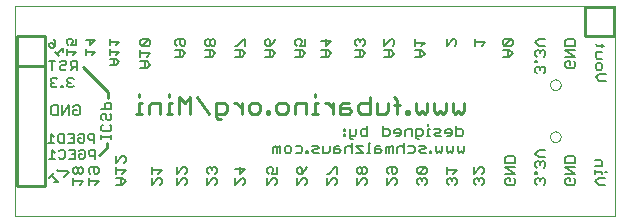
<source format=gbo>
G75*
G70*
%OFA0B0*%
%FSLAX24Y24*%
%IPPOS*%
%LPD*%
%AMOC8*
5,1,8,0,0,1.08239X$1,22.5*
%
%ADD10C,0.0000*%
%ADD11C,0.0070*%
%ADD12C,0.0060*%
%ADD13C,0.0100*%
D10*
X001050Y000150D02*
X001050Y007150D01*
X021050Y007150D01*
X021050Y000150D01*
X001050Y000150D01*
X018873Y002784D02*
X018875Y002810D01*
X018881Y002836D01*
X018891Y002861D01*
X018904Y002884D01*
X018920Y002904D01*
X018940Y002922D01*
X018962Y002937D01*
X018985Y002949D01*
X019011Y002957D01*
X019037Y002961D01*
X019063Y002961D01*
X019089Y002957D01*
X019115Y002949D01*
X019139Y002937D01*
X019160Y002922D01*
X019180Y002904D01*
X019196Y002884D01*
X019209Y002861D01*
X019219Y002836D01*
X019225Y002810D01*
X019227Y002784D01*
X019225Y002758D01*
X019219Y002732D01*
X019209Y002707D01*
X019196Y002684D01*
X019180Y002664D01*
X019160Y002646D01*
X019138Y002631D01*
X019115Y002619D01*
X019089Y002611D01*
X019063Y002607D01*
X019037Y002607D01*
X019011Y002611D01*
X018985Y002619D01*
X018961Y002631D01*
X018940Y002646D01*
X018920Y002664D01*
X018904Y002684D01*
X018891Y002707D01*
X018881Y002732D01*
X018875Y002758D01*
X018873Y002784D01*
X018873Y004516D02*
X018875Y004542D01*
X018881Y004568D01*
X018891Y004593D01*
X018904Y004616D01*
X018920Y004636D01*
X018940Y004654D01*
X018962Y004669D01*
X018985Y004681D01*
X019011Y004689D01*
X019037Y004693D01*
X019063Y004693D01*
X019089Y004689D01*
X019115Y004681D01*
X019139Y004669D01*
X019160Y004654D01*
X019180Y004636D01*
X019196Y004616D01*
X019209Y004593D01*
X019219Y004568D01*
X019225Y004542D01*
X019227Y004516D01*
X019225Y004490D01*
X019219Y004464D01*
X019209Y004439D01*
X019196Y004416D01*
X019180Y004396D01*
X019160Y004378D01*
X019138Y004363D01*
X019115Y004351D01*
X019089Y004343D01*
X019063Y004339D01*
X019037Y004339D01*
X019011Y004343D01*
X018985Y004351D01*
X018961Y004363D01*
X018940Y004378D01*
X018920Y004396D01*
X018904Y004416D01*
X018891Y004439D01*
X018881Y004464D01*
X018875Y004490D01*
X018873Y004516D01*
D11*
X018660Y004896D02*
X018715Y004951D01*
X018715Y005061D01*
X018660Y005116D01*
X018605Y005116D01*
X018550Y005061D01*
X018495Y005116D01*
X018440Y005116D01*
X018385Y005061D01*
X018385Y004951D01*
X018440Y004896D01*
X018550Y005006D02*
X018550Y005061D01*
X018440Y005264D02*
X018440Y005319D01*
X018385Y005319D01*
X018385Y005264D01*
X018440Y005264D01*
X018440Y005448D02*
X018385Y005503D01*
X018385Y005614D01*
X018440Y005669D01*
X018495Y005669D01*
X018550Y005614D01*
X018550Y005558D01*
X018550Y005614D02*
X018605Y005669D01*
X018660Y005669D01*
X018715Y005614D01*
X018715Y005503D01*
X018660Y005448D01*
X019385Y005448D02*
X019715Y005448D01*
X019385Y005669D01*
X019715Y005669D01*
X019715Y005817D02*
X019385Y005817D01*
X019385Y005982D01*
X019440Y006037D01*
X019660Y006037D01*
X019715Y005982D01*
X019715Y005817D01*
X020395Y005870D02*
X020450Y005815D01*
X020670Y005815D01*
X020615Y005870D02*
X020615Y005759D01*
X020615Y005611D02*
X020395Y005611D01*
X020395Y005446D01*
X020450Y005391D01*
X020615Y005391D01*
X020560Y005243D02*
X020615Y005188D01*
X020615Y005078D01*
X020560Y005023D01*
X020450Y005023D01*
X020395Y005078D01*
X020395Y005188D01*
X020450Y005243D01*
X020560Y005243D01*
X019715Y005245D02*
X019715Y005135D01*
X019660Y005080D01*
X019440Y005080D01*
X019385Y005135D01*
X019385Y005245D01*
X019440Y005300D01*
X019550Y005300D01*
X019550Y005190D01*
X019660Y005300D02*
X019715Y005245D01*
X020395Y004765D02*
X020505Y004875D01*
X020725Y004875D01*
X020505Y004655D02*
X020395Y004765D01*
X020505Y004655D02*
X020725Y004655D01*
X017625Y005558D02*
X017515Y005669D01*
X017295Y005669D01*
X017460Y005669D02*
X017460Y005448D01*
X017515Y005448D02*
X017625Y005558D01*
X017515Y005448D02*
X017295Y005448D01*
X017350Y005817D02*
X017570Y006037D01*
X017350Y006037D01*
X017295Y005982D01*
X017295Y005872D01*
X017350Y005817D01*
X017570Y005817D01*
X017625Y005872D01*
X017625Y005982D01*
X017570Y006037D01*
X018385Y005927D02*
X018495Y006037D01*
X018715Y006037D01*
X018495Y005817D02*
X018385Y005927D01*
X018495Y005817D02*
X018715Y005817D01*
X016715Y005927D02*
X016605Y005817D01*
X016385Y005817D02*
X016385Y006037D01*
X016385Y005927D02*
X016715Y005927D01*
X015755Y005982D02*
X015755Y005872D01*
X015700Y005817D01*
X015755Y005982D02*
X015700Y006037D01*
X015645Y006037D01*
X015425Y005817D01*
X015425Y006037D01*
X014695Y005917D02*
X014365Y005917D01*
X014365Y005807D02*
X014365Y006027D01*
X014585Y005807D02*
X014695Y005917D01*
X014585Y005659D02*
X014365Y005659D01*
X014530Y005659D02*
X014530Y005438D01*
X014585Y005438D02*
X014695Y005548D01*
X014585Y005659D01*
X014585Y005438D02*
X014365Y005438D01*
X013685Y005548D02*
X013575Y005659D01*
X013355Y005659D01*
X013520Y005659D02*
X013520Y005438D01*
X013575Y005438D02*
X013355Y005438D01*
X013575Y005438D02*
X013685Y005548D01*
X013630Y005807D02*
X013685Y005862D01*
X013685Y005972D01*
X013630Y006027D01*
X013575Y006027D01*
X013355Y005807D01*
X013355Y006027D01*
X012705Y005982D02*
X012705Y005872D01*
X012650Y005817D01*
X012430Y005817D02*
X012375Y005872D01*
X012375Y005982D01*
X012430Y006037D01*
X012485Y006037D01*
X012540Y005982D01*
X012540Y005927D01*
X012540Y005982D02*
X012595Y006037D01*
X012650Y006037D01*
X012705Y005982D01*
X012595Y005669D02*
X012375Y005669D01*
X012540Y005669D02*
X012540Y005448D01*
X012595Y005448D02*
X012705Y005558D01*
X012595Y005669D01*
X012595Y005448D02*
X012375Y005448D01*
X011585Y005558D02*
X011475Y005448D01*
X011255Y005448D01*
X011420Y005448D02*
X011420Y005669D01*
X011475Y005669D02*
X011255Y005669D01*
X011475Y005669D02*
X011585Y005558D01*
X011420Y005817D02*
X011420Y006037D01*
X011255Y005982D02*
X011585Y005982D01*
X011420Y005817D01*
X010705Y005817D02*
X010705Y006037D01*
X010595Y005982D02*
X010540Y006037D01*
X010430Y006037D01*
X010375Y005982D01*
X010375Y005872D01*
X010430Y005817D01*
X010540Y005817D02*
X010595Y005927D01*
X010595Y005982D01*
X010540Y005817D02*
X010705Y005817D01*
X010595Y005669D02*
X010375Y005669D01*
X010540Y005669D02*
X010540Y005448D01*
X010595Y005448D02*
X010705Y005558D01*
X010595Y005669D01*
X010595Y005448D02*
X010375Y005448D01*
X009715Y005558D02*
X009605Y005669D01*
X009385Y005669D01*
X009550Y005669D02*
X009550Y005448D01*
X009605Y005448D02*
X009715Y005558D01*
X009605Y005448D02*
X009385Y005448D01*
X008715Y005558D02*
X008605Y005669D01*
X008385Y005669D01*
X008550Y005669D02*
X008550Y005448D01*
X008605Y005448D02*
X008715Y005558D01*
X008605Y005448D02*
X008385Y005448D01*
X007715Y005558D02*
X007605Y005669D01*
X007385Y005669D01*
X007550Y005669D02*
X007550Y005448D01*
X007605Y005448D02*
X007715Y005558D01*
X007605Y005448D02*
X007385Y005448D01*
X006715Y005558D02*
X006605Y005669D01*
X006385Y005669D01*
X006550Y005669D02*
X006550Y005448D01*
X006605Y005448D02*
X006385Y005448D01*
X006605Y005448D02*
X006715Y005558D01*
X006660Y005817D02*
X006605Y005817D01*
X006550Y005872D01*
X006550Y006037D01*
X006440Y006037D02*
X006660Y006037D01*
X006715Y005982D01*
X006715Y005872D01*
X006660Y005817D01*
X006440Y005817D02*
X006385Y005872D01*
X006385Y005982D01*
X006440Y006037D01*
X005545Y005982D02*
X005545Y005872D01*
X005490Y005817D01*
X005270Y005817D01*
X005490Y006037D01*
X005270Y006037D01*
X005215Y005982D01*
X005215Y005872D01*
X005270Y005817D01*
X005215Y005669D02*
X005215Y005448D01*
X005435Y005448D02*
X005545Y005558D01*
X005215Y005558D01*
X005215Y005300D02*
X005435Y005300D01*
X005545Y005190D01*
X005435Y005080D01*
X005215Y005080D01*
X005380Y005080D02*
X005380Y005300D01*
X005545Y005982D02*
X005490Y006037D01*
X007385Y005982D02*
X007385Y005872D01*
X007440Y005817D01*
X007495Y005817D01*
X007550Y005872D01*
X007550Y005982D01*
X007495Y006037D01*
X007440Y006037D01*
X007385Y005982D01*
X007550Y005982D02*
X007605Y006037D01*
X007660Y006037D01*
X007715Y005982D01*
X007715Y005872D01*
X007660Y005817D01*
X007605Y005817D01*
X007550Y005872D01*
X008385Y005817D02*
X008440Y005817D01*
X008660Y006037D01*
X008715Y006037D01*
X008715Y005817D01*
X009385Y005872D02*
X009440Y005817D01*
X009550Y005817D01*
X009550Y005982D01*
X009495Y006037D01*
X009440Y006037D01*
X009385Y005982D01*
X009385Y005872D01*
X009550Y005817D02*
X009660Y005927D01*
X009715Y006037D01*
X004245Y003862D02*
X004190Y003917D01*
X004080Y003917D01*
X004025Y003862D01*
X004025Y003697D01*
X003915Y003697D02*
X004245Y003697D01*
X004245Y003862D01*
X004190Y003549D02*
X004245Y003494D01*
X004245Y003383D01*
X004190Y003328D01*
X004135Y003328D01*
X004080Y003383D01*
X004080Y003494D01*
X004025Y003549D01*
X003970Y003549D01*
X003915Y003494D01*
X003915Y003383D01*
X003970Y003328D01*
X003970Y003180D02*
X003915Y003125D01*
X003915Y003015D01*
X003970Y002960D01*
X004190Y002960D01*
X004245Y003015D01*
X004245Y003125D01*
X004190Y003180D01*
X004245Y002825D02*
X004245Y002715D01*
X004245Y002770D02*
X003915Y002770D01*
X003915Y002715D02*
X003915Y002825D01*
X004395Y002142D02*
X004395Y001922D01*
X004615Y002142D01*
X004670Y002142D01*
X004725Y002087D01*
X004725Y001977D01*
X004670Y001922D01*
X004395Y001774D02*
X004395Y001553D01*
X004395Y001663D02*
X004725Y001663D01*
X004615Y001553D01*
X004615Y001405D02*
X004395Y001405D01*
X004560Y001405D02*
X004560Y001185D01*
X004615Y001185D02*
X004725Y001295D01*
X004615Y001405D01*
X004615Y001185D02*
X004395Y001185D01*
X003825Y001295D02*
X003495Y001295D01*
X003495Y001185D02*
X003495Y001405D01*
X003550Y001553D02*
X003495Y001608D01*
X003495Y001718D01*
X003550Y001774D01*
X003770Y001774D01*
X003825Y001718D01*
X003825Y001608D01*
X003770Y001553D01*
X003715Y001553D01*
X003660Y001608D01*
X003660Y001774D01*
X003305Y001718D02*
X003305Y001608D01*
X003250Y001553D01*
X003195Y001553D01*
X003140Y001608D01*
X003140Y001718D01*
X003085Y001774D01*
X003030Y001774D01*
X002975Y001718D01*
X002975Y001608D01*
X003030Y001553D01*
X003085Y001553D01*
X003140Y001608D01*
X003140Y001718D02*
X003195Y001774D01*
X003250Y001774D01*
X003305Y001718D01*
X002823Y001606D02*
X002784Y001644D01*
X002473Y001644D01*
X002434Y001683D01*
X002329Y001579D02*
X002173Y001423D01*
X002251Y001501D02*
X002485Y001267D01*
X002329Y001267D01*
X002667Y001450D02*
X002823Y001606D01*
X002975Y001405D02*
X002975Y001185D01*
X002975Y001295D02*
X003305Y001295D01*
X003195Y001185D01*
X003715Y001185D02*
X003825Y001295D01*
X005595Y001185D02*
X005815Y001405D01*
X005870Y001405D01*
X005925Y001350D01*
X005925Y001240D01*
X005870Y001185D01*
X005595Y001185D02*
X005595Y001405D01*
X005595Y001553D02*
X005595Y001774D01*
X005595Y001663D02*
X005925Y001663D01*
X005815Y001553D01*
X006435Y001553D02*
X006435Y001774D01*
X006655Y001774D02*
X006710Y001774D01*
X006765Y001718D01*
X006765Y001608D01*
X006710Y001553D01*
X006655Y001774D02*
X006435Y001553D01*
X006435Y001405D02*
X006435Y001185D01*
X006655Y001405D01*
X006710Y001405D01*
X006765Y001350D01*
X006765Y001240D01*
X006710Y001185D01*
X007435Y001185D02*
X007655Y001405D01*
X007710Y001405D01*
X007765Y001350D01*
X007765Y001240D01*
X007710Y001185D01*
X007435Y001185D02*
X007435Y001405D01*
X007490Y001553D02*
X007435Y001608D01*
X007435Y001718D01*
X007490Y001774D01*
X007545Y001774D01*
X007600Y001718D01*
X007600Y001663D01*
X007600Y001718D02*
X007655Y001774D01*
X007710Y001774D01*
X007765Y001718D01*
X007765Y001608D01*
X007710Y001553D01*
X008375Y001405D02*
X008375Y001185D01*
X008595Y001405D01*
X008650Y001405D01*
X008705Y001350D01*
X008705Y001240D01*
X008650Y001185D01*
X009435Y001185D02*
X009655Y001405D01*
X009710Y001405D01*
X009765Y001350D01*
X009765Y001240D01*
X009710Y001185D01*
X009435Y001185D02*
X009435Y001405D01*
X009490Y001553D02*
X009435Y001608D01*
X009435Y001718D01*
X009490Y001774D01*
X009600Y001774D01*
X009655Y001718D01*
X009655Y001663D01*
X009600Y001553D01*
X009765Y001553D01*
X009765Y001774D01*
X010435Y001718D02*
X010435Y001608D01*
X010490Y001553D01*
X010600Y001553D01*
X010600Y001718D01*
X010545Y001774D01*
X010490Y001774D01*
X010435Y001718D01*
X010600Y001553D02*
X010710Y001663D01*
X010765Y001774D01*
X011435Y001553D02*
X011490Y001553D01*
X011710Y001774D01*
X011765Y001774D01*
X011765Y001553D01*
X011710Y001405D02*
X011655Y001405D01*
X011435Y001185D01*
X011435Y001405D01*
X011710Y001405D02*
X011765Y001350D01*
X011765Y001240D01*
X011710Y001185D01*
X012435Y001185D02*
X012435Y001405D01*
X012435Y001185D02*
X012655Y001405D01*
X012710Y001405D01*
X012765Y001350D01*
X012765Y001240D01*
X012710Y001185D01*
X013435Y001185D02*
X013655Y001405D01*
X013710Y001405D01*
X013765Y001350D01*
X013765Y001240D01*
X013710Y001185D01*
X013435Y001185D02*
X013435Y001405D01*
X013490Y001553D02*
X013435Y001608D01*
X013435Y001718D01*
X013490Y001774D01*
X013710Y001774D01*
X013765Y001718D01*
X013765Y001608D01*
X013710Y001553D01*
X013655Y001553D01*
X013600Y001608D01*
X013600Y001774D01*
X012765Y001718D02*
X012765Y001608D01*
X012710Y001553D01*
X012655Y001553D01*
X012600Y001608D01*
X012600Y001718D01*
X012545Y001774D01*
X012490Y001774D01*
X012435Y001718D01*
X012435Y001608D01*
X012490Y001553D01*
X012545Y001553D01*
X012600Y001608D01*
X012600Y001718D02*
X012655Y001774D01*
X012710Y001774D01*
X012765Y001718D01*
X014435Y001718D02*
X014435Y001608D01*
X014490Y001553D01*
X014710Y001774D01*
X014490Y001774D01*
X014435Y001718D01*
X014710Y001774D02*
X014765Y001718D01*
X014765Y001608D01*
X014710Y001553D01*
X014490Y001553D01*
X014490Y001405D02*
X014435Y001350D01*
X014435Y001240D01*
X014490Y001185D01*
X014600Y001295D02*
X014600Y001350D01*
X014545Y001405D01*
X014490Y001405D01*
X014600Y001350D02*
X014655Y001405D01*
X014710Y001405D01*
X014765Y001350D01*
X014765Y001240D01*
X014710Y001185D01*
X015435Y001240D02*
X015490Y001185D01*
X015435Y001240D02*
X015435Y001350D01*
X015490Y001405D01*
X015545Y001405D01*
X015600Y001350D01*
X015600Y001295D01*
X015600Y001350D02*
X015655Y001405D01*
X015710Y001405D01*
X015765Y001350D01*
X015765Y001240D01*
X015710Y001185D01*
X016335Y001240D02*
X016390Y001185D01*
X016335Y001240D02*
X016335Y001350D01*
X016390Y001405D01*
X016445Y001405D01*
X016500Y001350D01*
X016500Y001295D01*
X016500Y001350D02*
X016555Y001405D01*
X016610Y001405D01*
X016665Y001350D01*
X016665Y001240D01*
X016610Y001185D01*
X017385Y001240D02*
X017385Y001350D01*
X017440Y001405D01*
X017550Y001405D01*
X017550Y001295D01*
X017440Y001185D02*
X017385Y001240D01*
X017440Y001185D02*
X017660Y001185D01*
X017715Y001240D01*
X017715Y001350D01*
X017660Y001405D01*
X017715Y001553D02*
X017385Y001553D01*
X017385Y001774D02*
X017715Y001553D01*
X017715Y001774D02*
X017385Y001774D01*
X017385Y001922D02*
X017385Y002087D01*
X017440Y002142D01*
X017660Y002142D01*
X017715Y002087D01*
X017715Y001922D01*
X017385Y001922D01*
X016665Y001718D02*
X016665Y001608D01*
X016610Y001553D01*
X016555Y001774D02*
X016335Y001553D01*
X016335Y001774D01*
X016555Y001774D02*
X016610Y001774D01*
X016665Y001718D01*
X015765Y001663D02*
X015435Y001663D01*
X015435Y001553D02*
X015435Y001774D01*
X015655Y001553D02*
X015765Y001663D01*
X018385Y001608D02*
X018385Y001553D01*
X018440Y001553D01*
X018440Y001608D01*
X018385Y001608D01*
X018440Y001737D02*
X018385Y001793D01*
X018385Y001903D01*
X018440Y001958D01*
X018495Y001958D01*
X018550Y001903D01*
X018550Y001848D01*
X018550Y001903D02*
X018605Y001958D01*
X018660Y001958D01*
X018715Y001903D01*
X018715Y001793D01*
X018660Y001737D01*
X019385Y001774D02*
X019715Y001774D01*
X019715Y001553D02*
X019385Y001774D01*
X019385Y001922D02*
X019385Y002087D01*
X019440Y002142D01*
X019660Y002142D01*
X019715Y002087D01*
X019715Y001922D01*
X019385Y001922D01*
X018715Y002106D02*
X018495Y002106D01*
X018385Y002216D01*
X018495Y002326D01*
X018715Y002326D01*
X020385Y002019D02*
X020550Y002019D01*
X020605Y001964D01*
X020605Y001799D01*
X020385Y001799D01*
X020385Y001663D02*
X020385Y001553D01*
X020385Y001608D02*
X020605Y001608D01*
X020605Y001553D01*
X020715Y001608D02*
X020770Y001608D01*
X020715Y001405D02*
X020495Y001405D01*
X020385Y001295D01*
X020495Y001185D01*
X020715Y001185D01*
X019715Y001240D02*
X019660Y001185D01*
X019440Y001185D01*
X019385Y001240D01*
X019385Y001350D01*
X019440Y001405D01*
X019550Y001405D01*
X019550Y001295D01*
X019660Y001405D02*
X019715Y001350D01*
X019715Y001240D01*
X018715Y001240D02*
X018715Y001350D01*
X018660Y001405D01*
X018605Y001405D01*
X018550Y001350D01*
X018495Y001405D01*
X018440Y001405D01*
X018385Y001350D01*
X018385Y001240D01*
X018440Y001185D01*
X018550Y001295D02*
X018550Y001350D01*
X018660Y001185D02*
X018715Y001240D01*
X019385Y001553D02*
X019715Y001553D01*
X010765Y001350D02*
X010765Y001240D01*
X010710Y001185D01*
X010655Y001405D02*
X010435Y001185D01*
X010435Y001405D01*
X010655Y001405D02*
X010710Y001405D01*
X010765Y001350D01*
X008705Y001718D02*
X008540Y001553D01*
X008540Y001774D01*
X008375Y001718D02*
X008705Y001718D01*
X003200Y003550D02*
X003145Y003495D01*
X003035Y003495D01*
X002980Y003550D01*
X002980Y003660D01*
X003090Y003660D01*
X003200Y003770D02*
X003200Y003550D01*
X002832Y003495D02*
X002832Y003825D01*
X002611Y003495D01*
X002611Y003825D01*
X002463Y003825D02*
X002298Y003825D01*
X002243Y003770D01*
X002243Y003550D01*
X002298Y003495D01*
X002463Y003495D01*
X002463Y003825D01*
X002980Y003770D02*
X003035Y003825D01*
X003145Y003825D01*
X003200Y003770D01*
X002951Y004425D02*
X003006Y004480D01*
X002951Y004425D02*
X002841Y004425D01*
X002786Y004480D01*
X002786Y004535D01*
X002841Y004590D01*
X002896Y004590D01*
X002841Y004590D02*
X002786Y004645D01*
X002786Y004700D01*
X002841Y004755D01*
X002951Y004755D01*
X003006Y004700D01*
X002637Y004480D02*
X002582Y004480D01*
X002582Y004425D01*
X002637Y004425D01*
X002637Y004480D01*
X002453Y004480D02*
X002398Y004425D01*
X002288Y004425D01*
X002233Y004480D01*
X002233Y004535D01*
X002288Y004590D01*
X002343Y004590D01*
X002288Y004590D02*
X002233Y004645D01*
X002233Y004700D01*
X002288Y004755D01*
X002398Y004755D01*
X002453Y004700D01*
X002580Y004993D02*
X002690Y004993D01*
X002745Y005048D01*
X002690Y005158D02*
X002580Y005158D01*
X002525Y005103D01*
X002525Y005048D01*
X002580Y004993D01*
X002893Y004993D02*
X003003Y005103D01*
X002948Y005103D02*
X003113Y005103D01*
X003113Y004993D02*
X003113Y005324D01*
X002948Y005324D01*
X002893Y005268D01*
X002893Y005158D01*
X002948Y005103D01*
X002745Y005213D02*
X002690Y005158D01*
X002745Y005213D02*
X002745Y005268D01*
X002690Y005324D01*
X002580Y005324D01*
X002525Y005268D01*
X002377Y005324D02*
X002157Y005324D01*
X002267Y005324D02*
X002267Y004993D01*
D12*
X002505Y005462D02*
X002364Y005604D01*
X002435Y005533D02*
X002647Y005745D01*
X002647Y005604D01*
X002769Y005618D02*
X003069Y005618D01*
X002969Y005518D01*
X002769Y005518D02*
X002769Y005718D01*
X002819Y005850D02*
X002769Y005900D01*
X002769Y006000D01*
X002819Y006050D01*
X002919Y006050D01*
X002969Y006000D01*
X002969Y005950D01*
X002919Y005850D01*
X003069Y005850D01*
X003069Y006050D01*
X003390Y005999D02*
X003690Y005999D01*
X003540Y005849D01*
X003540Y006049D01*
X004190Y006049D02*
X004190Y005849D01*
X004190Y005949D02*
X004490Y005949D01*
X004390Y005849D01*
X004190Y005717D02*
X004190Y005517D01*
X004190Y005617D02*
X004490Y005617D01*
X004390Y005517D01*
X004390Y005386D02*
X004190Y005386D01*
X004340Y005386D02*
X004340Y005186D01*
X004390Y005186D02*
X004490Y005286D01*
X004390Y005386D01*
X004390Y005186D02*
X004190Y005186D01*
X003690Y005617D02*
X003590Y005517D01*
X003690Y005617D02*
X003390Y005617D01*
X003390Y005517D02*
X003390Y005717D01*
X002377Y005803D02*
X002271Y005909D01*
X002200Y005909D01*
X002165Y005873D01*
X002165Y005803D01*
X002236Y005732D01*
X002306Y005732D01*
X002377Y005803D01*
X002377Y005944D01*
X002342Y006050D01*
X002251Y002890D02*
X002251Y002590D01*
X002351Y002590D02*
X002151Y002590D01*
X002483Y002640D02*
X002483Y002840D01*
X002533Y002890D01*
X002683Y002890D01*
X002683Y002590D01*
X002533Y002590D01*
X002483Y002640D01*
X002351Y002790D02*
X002251Y002890D01*
X002814Y002890D02*
X003014Y002890D01*
X003014Y002590D01*
X002814Y002590D01*
X003146Y002640D02*
X003146Y002740D01*
X003246Y002740D01*
X003346Y002640D02*
X003296Y002590D01*
X003196Y002590D01*
X003146Y002640D01*
X003014Y002740D02*
X002914Y002740D01*
X003146Y002840D02*
X003196Y002890D01*
X003296Y002890D01*
X003346Y002840D01*
X003346Y002640D01*
X003477Y002740D02*
X003527Y002690D01*
X003677Y002690D01*
X003677Y002590D02*
X003677Y002890D01*
X003527Y002890D01*
X003477Y002840D01*
X003477Y002740D01*
X003547Y002350D02*
X003497Y002300D01*
X003497Y002200D01*
X003547Y002150D01*
X003697Y002150D01*
X003697Y002050D02*
X003697Y002350D01*
X003547Y002350D01*
X003366Y002300D02*
X003366Y002100D01*
X003316Y002050D01*
X003216Y002050D01*
X003166Y002100D01*
X003166Y002200D01*
X003266Y002200D01*
X003366Y002300D02*
X003316Y002350D01*
X003216Y002350D01*
X003166Y002300D01*
X003034Y002350D02*
X002834Y002350D01*
X002703Y002300D02*
X002703Y002100D01*
X002653Y002050D01*
X002553Y002050D01*
X002503Y002100D01*
X002371Y002050D02*
X002171Y002050D01*
X002271Y002050D02*
X002271Y002350D01*
X002371Y002250D01*
X002503Y002300D02*
X002553Y002350D01*
X002653Y002350D01*
X002703Y002300D01*
X002934Y002200D02*
X003034Y002200D01*
X003034Y002050D02*
X002834Y002050D01*
X003034Y002050D02*
X003034Y002350D01*
X009655Y002420D02*
X009655Y002250D01*
X009768Y002250D02*
X009768Y002420D01*
X009711Y002477D01*
X009655Y002420D01*
X009768Y002420D02*
X009825Y002477D01*
X009881Y002477D01*
X009881Y002250D01*
X010023Y002307D02*
X010023Y002420D01*
X010080Y002477D01*
X010193Y002477D01*
X010250Y002420D01*
X010250Y002307D01*
X010193Y002250D01*
X010080Y002250D01*
X010023Y002307D01*
X010391Y002250D02*
X010561Y002250D01*
X010618Y002307D01*
X010618Y002420D01*
X010561Y002477D01*
X010391Y002477D01*
X010745Y002307D02*
X010745Y002250D01*
X010802Y002250D01*
X010802Y002307D01*
X010745Y002307D01*
X010944Y002307D02*
X011000Y002250D01*
X011171Y002250D01*
X011312Y002250D02*
X011312Y002477D01*
X011171Y002420D02*
X011114Y002363D01*
X011000Y002363D01*
X010944Y002307D01*
X010944Y002477D02*
X011114Y002477D01*
X011171Y002420D01*
X011482Y002250D02*
X011539Y002307D01*
X011539Y002477D01*
X011680Y002420D02*
X011680Y002250D01*
X011850Y002250D01*
X011907Y002307D01*
X011850Y002363D01*
X011680Y002363D01*
X011680Y002420D02*
X011737Y002477D01*
X011850Y002477D01*
X012049Y002420D02*
X012049Y002250D01*
X012275Y002250D02*
X012275Y002590D01*
X012249Y002697D02*
X012306Y002697D01*
X012249Y002697D02*
X012193Y002753D01*
X012193Y003037D01*
X012051Y003037D02*
X012051Y002980D01*
X011995Y002980D01*
X011995Y003037D01*
X012051Y003037D01*
X012051Y002867D02*
X012051Y002810D01*
X011995Y002810D01*
X011995Y002867D01*
X012051Y002867D01*
X012193Y002810D02*
X012363Y002810D01*
X012420Y002867D01*
X012420Y003037D01*
X012561Y002980D02*
X012618Y003037D01*
X012788Y003037D01*
X012561Y002980D02*
X012561Y002867D01*
X012618Y002810D01*
X012788Y002810D01*
X012788Y003150D01*
X013298Y003150D02*
X013298Y002810D01*
X013468Y002810D01*
X013525Y002867D01*
X013525Y002980D01*
X013468Y003037D01*
X013298Y003037D01*
X013666Y002980D02*
X013666Y002923D01*
X013893Y002923D01*
X013893Y002867D02*
X013893Y002980D01*
X013836Y003037D01*
X013723Y003037D01*
X013666Y002980D01*
X013836Y002810D02*
X013893Y002867D01*
X013836Y002810D02*
X013723Y002810D01*
X014034Y002810D02*
X014034Y002980D01*
X014091Y003037D01*
X014261Y003037D01*
X014261Y002810D01*
X014403Y002810D02*
X014573Y002810D01*
X014630Y002867D01*
X014630Y002980D01*
X014573Y003037D01*
X014403Y003037D01*
X014403Y002753D01*
X014459Y002697D01*
X014516Y002697D01*
X014762Y002810D02*
X014875Y002810D01*
X014818Y002810D02*
X014818Y003037D01*
X014875Y003037D01*
X015017Y003037D02*
X015187Y003037D01*
X015243Y002980D01*
X015187Y002923D01*
X015073Y002923D01*
X015017Y002867D01*
X015073Y002810D01*
X015243Y002810D01*
X015442Y002810D02*
X015555Y002810D01*
X015612Y002867D01*
X015612Y002980D01*
X015555Y003037D01*
X015442Y003037D01*
X015385Y002980D01*
X015385Y002923D01*
X015612Y002923D01*
X015753Y003037D02*
X015923Y003037D01*
X015980Y002980D01*
X015980Y002867D01*
X015923Y002810D01*
X015753Y002810D01*
X015753Y003150D01*
X014818Y003150D02*
X014818Y003207D01*
X013994Y002590D02*
X013994Y002250D01*
X014136Y002250D02*
X014306Y002250D01*
X014363Y002307D01*
X014363Y002420D01*
X014306Y002477D01*
X014136Y002477D01*
X013994Y002420D02*
X013938Y002477D01*
X013824Y002477D01*
X013767Y002420D01*
X013767Y002250D01*
X013626Y002250D02*
X013626Y002477D01*
X013569Y002477D01*
X013513Y002420D01*
X013456Y002477D01*
X013399Y002420D01*
X013399Y002250D01*
X013513Y002250D02*
X013513Y002420D01*
X013258Y002307D02*
X013201Y002363D01*
X013031Y002363D01*
X013031Y002420D02*
X013031Y002250D01*
X013201Y002250D01*
X013258Y002307D01*
X013201Y002477D02*
X013087Y002477D01*
X013031Y002420D01*
X012889Y002590D02*
X012833Y002590D01*
X012833Y002250D01*
X012889Y002250D02*
X012776Y002250D01*
X012644Y002250D02*
X012417Y002250D01*
X012417Y002477D02*
X012644Y002250D01*
X012644Y002477D02*
X012417Y002477D01*
X012275Y002420D02*
X012219Y002477D01*
X012105Y002477D01*
X012049Y002420D01*
X011482Y002250D02*
X011312Y002250D01*
X014504Y002307D02*
X014561Y002250D01*
X014731Y002250D01*
X014858Y002250D02*
X014858Y002307D01*
X014915Y002307D01*
X014915Y002250D01*
X014858Y002250D01*
X015057Y002307D02*
X015057Y002477D01*
X015283Y002477D02*
X015283Y002307D01*
X015227Y002250D01*
X015170Y002307D01*
X015113Y002250D01*
X015057Y002307D01*
X015425Y002307D02*
X015425Y002477D01*
X015652Y002477D02*
X015652Y002307D01*
X015595Y002250D01*
X015538Y002307D01*
X015482Y002250D01*
X015425Y002307D01*
X015793Y002307D02*
X015793Y002477D01*
X016020Y002477D02*
X016020Y002307D01*
X015963Y002250D01*
X015907Y002307D01*
X015850Y002250D01*
X015793Y002307D01*
X014731Y002420D02*
X014674Y002363D01*
X014561Y002363D01*
X014504Y002307D01*
X014504Y002477D02*
X014674Y002477D01*
X014731Y002420D01*
D13*
X014691Y003550D02*
X014598Y003643D01*
X014504Y003550D01*
X014411Y003643D01*
X014411Y003924D01*
X014785Y003924D02*
X014785Y003643D01*
X014691Y003550D01*
X015019Y003643D02*
X015019Y003924D01*
X015392Y003924D02*
X015392Y003643D01*
X015299Y003550D01*
X015205Y003643D01*
X015112Y003550D01*
X015019Y003643D01*
X015626Y003643D02*
X015626Y003924D01*
X016000Y003924D02*
X016000Y003643D01*
X015907Y003550D01*
X015813Y003643D01*
X015720Y003550D01*
X015626Y003643D01*
X014177Y003643D02*
X014177Y003550D01*
X014083Y003550D01*
X014083Y003643D01*
X014177Y003643D01*
X013780Y003550D02*
X013780Y004017D01*
X013686Y004110D01*
X013468Y003924D02*
X013468Y003643D01*
X013374Y003550D01*
X013094Y003550D01*
X013094Y003924D01*
X012860Y003924D02*
X012580Y003924D01*
X012486Y003830D01*
X012486Y003643D01*
X012580Y003550D01*
X012860Y003550D01*
X012860Y004110D01*
X012159Y003924D02*
X011972Y003924D01*
X011879Y003830D01*
X011879Y003550D01*
X012159Y003550D01*
X012252Y003643D01*
X012159Y003737D01*
X011879Y003737D01*
X011645Y003737D02*
X011458Y003924D01*
X011364Y003924D01*
X011138Y003924D02*
X011045Y003924D01*
X011045Y003550D01*
X011138Y003550D02*
X010951Y003550D01*
X010733Y003550D02*
X010733Y003924D01*
X010453Y003924D01*
X010359Y003830D01*
X010359Y003550D01*
X010125Y003643D02*
X010032Y003550D01*
X009845Y003550D01*
X009752Y003643D01*
X009752Y003830D01*
X009845Y003924D01*
X010032Y003924D01*
X010125Y003830D01*
X010125Y003643D01*
X009518Y003643D02*
X009518Y003550D01*
X009424Y003550D01*
X009424Y003643D01*
X009518Y003643D01*
X009214Y003643D02*
X009120Y003550D01*
X008934Y003550D01*
X008840Y003643D01*
X008840Y003830D01*
X008934Y003924D01*
X009120Y003924D01*
X009214Y003830D01*
X009214Y003643D01*
X008606Y003550D02*
X008606Y003924D01*
X008419Y003924D02*
X008326Y003924D01*
X008419Y003924D02*
X008606Y003737D01*
X008100Y003830D02*
X008100Y003643D01*
X008006Y003550D01*
X007726Y003550D01*
X007726Y003457D02*
X007726Y003924D01*
X008006Y003924D01*
X008100Y003830D01*
X007492Y003550D02*
X007118Y004110D01*
X006884Y004110D02*
X006697Y003924D01*
X006511Y004110D01*
X006511Y003550D01*
X006276Y003550D02*
X006090Y003550D01*
X006183Y003550D02*
X006183Y003924D01*
X006276Y003924D01*
X005871Y003924D02*
X005591Y003924D01*
X005498Y003830D01*
X005498Y003550D01*
X005264Y003550D02*
X005077Y003550D01*
X005170Y003550D02*
X005170Y003924D01*
X005264Y003924D01*
X005170Y004110D02*
X005170Y004204D01*
X005871Y003924D02*
X005871Y003550D01*
X006884Y003550D02*
X006884Y004110D01*
X006183Y004110D02*
X006183Y004204D01*
X007726Y003457D02*
X007819Y003363D01*
X007913Y003363D01*
X011045Y004110D02*
X011045Y004204D01*
X011645Y003924D02*
X011645Y003550D01*
X013686Y003830D02*
X013873Y003830D01*
X020050Y006150D02*
X020050Y007110D01*
X021010Y007110D01*
X021010Y006150D01*
X020050Y006150D01*
X004130Y004290D02*
X004130Y004070D01*
X004130Y004290D02*
X003310Y005110D01*
X003290Y005110D01*
X002050Y005150D02*
X002050Y001150D01*
X001110Y001150D01*
X001110Y005150D01*
X001110Y006150D01*
X002050Y006150D01*
X002050Y005150D01*
X001110Y005150D01*
X001090Y005150D01*
X004090Y002590D02*
X004090Y002410D01*
X003850Y002170D01*
X001110Y001150D02*
X001090Y001150D01*
M02*

</source>
